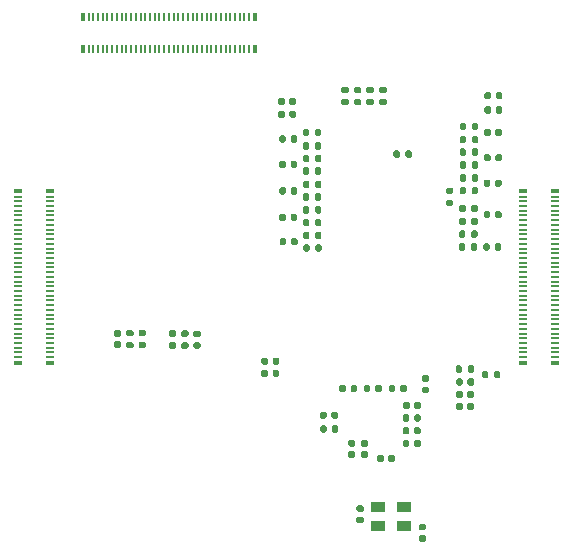
<source format=gbr>
%TF.GenerationSoftware,KiCad,Pcbnew,5.1.10-88a1d61d58~88~ubuntu20.04.1*%
%TF.CreationDate,2021-06-10T18:40:27+05:30*%
%TF.ProjectId,LB1A_DCA7M4_R512MB_F4GB,4c423141-5f44-4434-9137-4d345f523531,1.0.0*%
%TF.SameCoordinates,Original*%
%TF.FileFunction,Paste,Bot*%
%TF.FilePolarity,Positive*%
%FSLAX46Y46*%
G04 Gerber Fmt 4.6, Leading zero omitted, Abs format (unit mm)*
G04 Created by KiCad (PCBNEW 5.1.10-88a1d61d58~88~ubuntu20.04.1) date 2021-06-10 18:40:27*
%MOMM*%
%LPD*%
G01*
G04 APERTURE LIST*
%ADD10R,0.660000X0.230000*%
%ADD11R,0.660000X0.350000*%
%ADD12R,0.230000X0.660000*%
%ADD13R,0.350000X0.660000*%
%ADD14R,1.200000X0.950000*%
G04 APERTURE END LIST*
D10*
%TO.C,U7*%
X160005000Y-97370000D03*
X162715000Y-97370000D03*
X160005000Y-96970000D03*
X162715000Y-96970000D03*
X160005000Y-96570000D03*
X162715000Y-96570000D03*
X160005000Y-96170000D03*
X162715000Y-96170000D03*
X160005000Y-95770000D03*
X162715000Y-95770000D03*
X160005000Y-95370000D03*
X162715000Y-95370000D03*
X160005000Y-94970000D03*
X162715000Y-94970000D03*
X160005000Y-94570000D03*
X162715000Y-94570000D03*
X160005000Y-94170000D03*
X162715000Y-94170000D03*
X160005000Y-93770000D03*
X162715000Y-93770000D03*
X160005000Y-93370000D03*
X162715000Y-93370000D03*
X160005000Y-92970000D03*
X162715000Y-92970000D03*
X160005000Y-92570000D03*
X162715000Y-92570000D03*
X160005000Y-92170000D03*
X162715000Y-92170000D03*
X160005000Y-91770000D03*
X162715000Y-91770000D03*
X160005000Y-91370000D03*
X162715000Y-91370000D03*
X160005000Y-90970000D03*
X162715000Y-90970000D03*
X160005000Y-90570000D03*
X162715000Y-90570000D03*
X160005000Y-90170000D03*
X162715000Y-90170000D03*
X160005000Y-89770000D03*
X162715000Y-89770000D03*
X160005000Y-89370000D03*
X162715000Y-89370000D03*
X160005000Y-88970000D03*
X162715000Y-88970000D03*
X160005000Y-88570000D03*
X162715000Y-88570000D03*
X160005000Y-88170000D03*
X162715000Y-88170000D03*
X160005000Y-87770000D03*
X162715000Y-87770000D03*
X160005000Y-87370000D03*
X162715000Y-87370000D03*
X160005000Y-86970000D03*
X162715000Y-86970000D03*
X160005000Y-86570000D03*
X162715000Y-86570000D03*
X160005000Y-86170000D03*
X162715000Y-86170000D03*
X160005000Y-85770000D03*
X162715000Y-85770000D03*
X160005000Y-85370000D03*
X162715000Y-85370000D03*
X160005000Y-84970000D03*
X162715000Y-84970000D03*
X160005000Y-84570000D03*
X162715000Y-84570000D03*
X160005000Y-84170000D03*
X162715000Y-84170000D03*
X160005000Y-83770000D03*
X162715000Y-83770000D03*
D11*
X160005000Y-83295000D03*
X162715000Y-83295000D03*
X162715000Y-97845000D03*
X160005000Y-97845000D03*
%TD*%
D12*
%TO.C,U6*%
X123250000Y-68585000D03*
X123250000Y-71295000D03*
X123650000Y-68585000D03*
X123650000Y-71295000D03*
X124050000Y-68585000D03*
X124050000Y-71295000D03*
X124450000Y-68585000D03*
X124450000Y-71295000D03*
X124850000Y-68585000D03*
X124850000Y-71295000D03*
X125250000Y-68585000D03*
X125250000Y-71295000D03*
X125650000Y-68585000D03*
X125650000Y-71295000D03*
X126050000Y-68585000D03*
X126050000Y-71295000D03*
X126450000Y-68585000D03*
X126450000Y-71295000D03*
X126850000Y-68585000D03*
X126850000Y-71295000D03*
X127250000Y-68585000D03*
X127250000Y-71295000D03*
X127650000Y-68585000D03*
X127650000Y-71295000D03*
X128050000Y-68585000D03*
X128050000Y-71295000D03*
X128450000Y-68585000D03*
X128450000Y-71295000D03*
X128850000Y-68585000D03*
X128850000Y-71295000D03*
X129250000Y-68585000D03*
X129250000Y-71295000D03*
X129650000Y-68585000D03*
X129650000Y-71295000D03*
X130050000Y-68585000D03*
X130050000Y-71295000D03*
X130450000Y-68585000D03*
X130450000Y-71295000D03*
X130850000Y-68585000D03*
X130850000Y-71295000D03*
X131250000Y-68585000D03*
X131250000Y-71295000D03*
X131650000Y-68585000D03*
X131650000Y-71295000D03*
X132050000Y-68585000D03*
X132050000Y-71295000D03*
X132450000Y-68585000D03*
X132450000Y-71295000D03*
X132850000Y-68585000D03*
X132850000Y-71295000D03*
X133250000Y-68585000D03*
X133250000Y-71295000D03*
X133650000Y-68585000D03*
X133650000Y-71295000D03*
X134050000Y-68585000D03*
X134050000Y-71295000D03*
X134450000Y-68585000D03*
X134450000Y-71295000D03*
X134850000Y-68585000D03*
X134850000Y-71295000D03*
X135250000Y-68585000D03*
X135250000Y-71295000D03*
X135650000Y-68585000D03*
X135650000Y-71295000D03*
X136050000Y-68585000D03*
X136050000Y-71295000D03*
X136450000Y-68585000D03*
X136450000Y-71295000D03*
X136850000Y-68585000D03*
X136850000Y-71295000D03*
D13*
X137325000Y-68585000D03*
X137325000Y-71295000D03*
X122775000Y-71295000D03*
X122775000Y-68585000D03*
%TD*%
%TO.C,C4*%
G36*
G01*
X155320000Y-100700000D02*
X155320000Y-100360000D01*
G75*
G02*
X155460000Y-100220000I140000J0D01*
G01*
X155740000Y-100220000D01*
G75*
G02*
X155880000Y-100360000I0J-140000D01*
G01*
X155880000Y-100700000D01*
G75*
G02*
X155740000Y-100840000I-140000J0D01*
G01*
X155460000Y-100840000D01*
G75*
G02*
X155320000Y-100700000I0J140000D01*
G01*
G37*
G36*
G01*
X154360000Y-100700000D02*
X154360000Y-100360000D01*
G75*
G02*
X154500000Y-100220000I140000J0D01*
G01*
X154780000Y-100220000D01*
G75*
G02*
X154920000Y-100360000I0J-140000D01*
G01*
X154920000Y-100700000D01*
G75*
G02*
X154780000Y-100840000I-140000J0D01*
G01*
X154500000Y-100840000D01*
G75*
G02*
X154360000Y-100700000I0J140000D01*
G01*
G37*
%TD*%
%TO.C,C76*%
G36*
G01*
X151670000Y-113000000D02*
X151330000Y-113000000D01*
G75*
G02*
X151190000Y-112860000I0J140000D01*
G01*
X151190000Y-112580000D01*
G75*
G02*
X151330000Y-112440000I140000J0D01*
G01*
X151670000Y-112440000D01*
G75*
G02*
X151810000Y-112580000I0J-140000D01*
G01*
X151810000Y-112860000D01*
G75*
G02*
X151670000Y-113000000I-140000J0D01*
G01*
G37*
G36*
G01*
X151670000Y-112040000D02*
X151330000Y-112040000D01*
G75*
G02*
X151190000Y-111900000I0J140000D01*
G01*
X151190000Y-111620000D01*
G75*
G02*
X151330000Y-111480000I140000J0D01*
G01*
X151670000Y-111480000D01*
G75*
G02*
X151810000Y-111620000I0J-140000D01*
G01*
X151810000Y-111900000D01*
G75*
G02*
X151670000Y-112040000I-140000J0D01*
G01*
G37*
%TD*%
%TO.C,C75*%
G36*
G01*
X146410000Y-110470000D02*
X146070000Y-110470000D01*
G75*
G02*
X145930000Y-110330000I0J140000D01*
G01*
X145930000Y-110050000D01*
G75*
G02*
X146070000Y-109910000I140000J0D01*
G01*
X146410000Y-109910000D01*
G75*
G02*
X146550000Y-110050000I0J-140000D01*
G01*
X146550000Y-110330000D01*
G75*
G02*
X146410000Y-110470000I-140000J0D01*
G01*
G37*
G36*
G01*
X146410000Y-111430000D02*
X146070000Y-111430000D01*
G75*
G02*
X145930000Y-111290000I0J140000D01*
G01*
X145930000Y-111010000D01*
G75*
G02*
X146070000Y-110870000I140000J0D01*
G01*
X146410000Y-110870000D01*
G75*
G02*
X146550000Y-111010000I0J-140000D01*
G01*
X146550000Y-111290000D01*
G75*
G02*
X146410000Y-111430000I-140000J0D01*
G01*
G37*
%TD*%
%TO.C,C74*%
G36*
G01*
X149210000Y-99850000D02*
X149210000Y-100190000D01*
G75*
G02*
X149070000Y-100330000I-140000J0D01*
G01*
X148790000Y-100330000D01*
G75*
G02*
X148650000Y-100190000I0J140000D01*
G01*
X148650000Y-99850000D01*
G75*
G02*
X148790000Y-99710000I140000J0D01*
G01*
X149070000Y-99710000D01*
G75*
G02*
X149210000Y-99850000I0J-140000D01*
G01*
G37*
G36*
G01*
X150170000Y-99850000D02*
X150170000Y-100190000D01*
G75*
G02*
X150030000Y-100330000I-140000J0D01*
G01*
X149750000Y-100330000D01*
G75*
G02*
X149610000Y-100190000I0J140000D01*
G01*
X149610000Y-99850000D01*
G75*
G02*
X149750000Y-99710000I140000J0D01*
G01*
X150030000Y-99710000D01*
G75*
G02*
X150170000Y-99850000I0J-140000D01*
G01*
G37*
%TD*%
%TO.C,C73*%
G36*
G01*
X147110000Y-99860000D02*
X147110000Y-100200000D01*
G75*
G02*
X146970000Y-100340000I-140000J0D01*
G01*
X146690000Y-100340000D01*
G75*
G02*
X146550000Y-100200000I0J140000D01*
G01*
X146550000Y-99860000D01*
G75*
G02*
X146690000Y-99720000I140000J0D01*
G01*
X146970000Y-99720000D01*
G75*
G02*
X147110000Y-99860000I0J-140000D01*
G01*
G37*
G36*
G01*
X148070000Y-99860000D02*
X148070000Y-100200000D01*
G75*
G02*
X147930000Y-100340000I-140000J0D01*
G01*
X147650000Y-100340000D01*
G75*
G02*
X147510000Y-100200000I0J140000D01*
G01*
X147510000Y-99860000D01*
G75*
G02*
X147650000Y-99720000I140000J0D01*
G01*
X147930000Y-99720000D01*
G75*
G02*
X148070000Y-99860000I0J-140000D01*
G01*
G37*
%TD*%
%TO.C,C72*%
G36*
G01*
X145030000Y-99860000D02*
X145030000Y-100200000D01*
G75*
G02*
X144890000Y-100340000I-140000J0D01*
G01*
X144610000Y-100340000D01*
G75*
G02*
X144470000Y-100200000I0J140000D01*
G01*
X144470000Y-99860000D01*
G75*
G02*
X144610000Y-99720000I140000J0D01*
G01*
X144890000Y-99720000D01*
G75*
G02*
X145030000Y-99860000I0J-140000D01*
G01*
G37*
G36*
G01*
X145990000Y-99860000D02*
X145990000Y-100200000D01*
G75*
G02*
X145850000Y-100340000I-140000J0D01*
G01*
X145570000Y-100340000D01*
G75*
G02*
X145430000Y-100200000I0J140000D01*
G01*
X145430000Y-99860000D01*
G75*
G02*
X145570000Y-99720000I140000J0D01*
G01*
X145850000Y-99720000D01*
G75*
G02*
X145990000Y-99860000I0J-140000D01*
G01*
G37*
%TD*%
%TO.C,C70*%
G36*
G01*
X150800000Y-104850000D02*
X150800000Y-104510000D01*
G75*
G02*
X150940000Y-104370000I140000J0D01*
G01*
X151220000Y-104370000D01*
G75*
G02*
X151360000Y-104510000I0J-140000D01*
G01*
X151360000Y-104850000D01*
G75*
G02*
X151220000Y-104990000I-140000J0D01*
G01*
X150940000Y-104990000D01*
G75*
G02*
X150800000Y-104850000I0J140000D01*
G01*
G37*
G36*
G01*
X149840000Y-104850000D02*
X149840000Y-104510000D01*
G75*
G02*
X149980000Y-104370000I140000J0D01*
G01*
X150260000Y-104370000D01*
G75*
G02*
X150400000Y-104510000I0J-140000D01*
G01*
X150400000Y-104850000D01*
G75*
G02*
X150260000Y-104990000I-140000J0D01*
G01*
X149980000Y-104990000D01*
G75*
G02*
X149840000Y-104850000I0J140000D01*
G01*
G37*
%TD*%
%TO.C,C69*%
G36*
G01*
X150800000Y-103770000D02*
X150800000Y-103430000D01*
G75*
G02*
X150940000Y-103290000I140000J0D01*
G01*
X151220000Y-103290000D01*
G75*
G02*
X151360000Y-103430000I0J-140000D01*
G01*
X151360000Y-103770000D01*
G75*
G02*
X151220000Y-103910000I-140000J0D01*
G01*
X150940000Y-103910000D01*
G75*
G02*
X150800000Y-103770000I0J140000D01*
G01*
G37*
G36*
G01*
X149840000Y-103770000D02*
X149840000Y-103430000D01*
G75*
G02*
X149980000Y-103290000I140000J0D01*
G01*
X150260000Y-103290000D01*
G75*
G02*
X150400000Y-103430000I0J-140000D01*
G01*
X150400000Y-103770000D01*
G75*
G02*
X150260000Y-103910000I-140000J0D01*
G01*
X149980000Y-103910000D01*
G75*
G02*
X149840000Y-103770000I0J140000D01*
G01*
G37*
%TD*%
%TO.C,C68*%
G36*
G01*
X150820000Y-102700000D02*
X150820000Y-102360000D01*
G75*
G02*
X150960000Y-102220000I140000J0D01*
G01*
X151240000Y-102220000D01*
G75*
G02*
X151380000Y-102360000I0J-140000D01*
G01*
X151380000Y-102700000D01*
G75*
G02*
X151240000Y-102840000I-140000J0D01*
G01*
X150960000Y-102840000D01*
G75*
G02*
X150820000Y-102700000I0J140000D01*
G01*
G37*
G36*
G01*
X149860000Y-102700000D02*
X149860000Y-102360000D01*
G75*
G02*
X150000000Y-102220000I140000J0D01*
G01*
X150280000Y-102220000D01*
G75*
G02*
X150420000Y-102360000I0J-140000D01*
G01*
X150420000Y-102700000D01*
G75*
G02*
X150280000Y-102840000I-140000J0D01*
G01*
X150000000Y-102840000D01*
G75*
G02*
X149860000Y-102700000I0J140000D01*
G01*
G37*
%TD*%
%TO.C,C67*%
G36*
G01*
X150840000Y-101630000D02*
X150840000Y-101290000D01*
G75*
G02*
X150980000Y-101150000I140000J0D01*
G01*
X151260000Y-101150000D01*
G75*
G02*
X151400000Y-101290000I0J-140000D01*
G01*
X151400000Y-101630000D01*
G75*
G02*
X151260000Y-101770000I-140000J0D01*
G01*
X150980000Y-101770000D01*
G75*
G02*
X150840000Y-101630000I0J140000D01*
G01*
G37*
G36*
G01*
X149880000Y-101630000D02*
X149880000Y-101290000D01*
G75*
G02*
X150020000Y-101150000I140000J0D01*
G01*
X150300000Y-101150000D01*
G75*
G02*
X150440000Y-101290000I0J-140000D01*
G01*
X150440000Y-101630000D01*
G75*
G02*
X150300000Y-101770000I-140000J0D01*
G01*
X150020000Y-101770000D01*
G75*
G02*
X149880000Y-101630000I0J140000D01*
G01*
G37*
%TD*%
%TO.C,C66*%
G36*
G01*
X146450000Y-105340000D02*
X146790000Y-105340000D01*
G75*
G02*
X146930000Y-105480000I0J-140000D01*
G01*
X146930000Y-105760000D01*
G75*
G02*
X146790000Y-105900000I-140000J0D01*
G01*
X146450000Y-105900000D01*
G75*
G02*
X146310000Y-105760000I0J140000D01*
G01*
X146310000Y-105480000D01*
G75*
G02*
X146450000Y-105340000I140000J0D01*
G01*
G37*
G36*
G01*
X146450000Y-104380000D02*
X146790000Y-104380000D01*
G75*
G02*
X146930000Y-104520000I0J-140000D01*
G01*
X146930000Y-104800000D01*
G75*
G02*
X146790000Y-104940000I-140000J0D01*
G01*
X146450000Y-104940000D01*
G75*
G02*
X146310000Y-104800000I0J140000D01*
G01*
X146310000Y-104520000D01*
G75*
G02*
X146450000Y-104380000I140000J0D01*
G01*
G37*
%TD*%
%TO.C,C65*%
G36*
G01*
X145350000Y-105340000D02*
X145690000Y-105340000D01*
G75*
G02*
X145830000Y-105480000I0J-140000D01*
G01*
X145830000Y-105760000D01*
G75*
G02*
X145690000Y-105900000I-140000J0D01*
G01*
X145350000Y-105900000D01*
G75*
G02*
X145210000Y-105760000I0J140000D01*
G01*
X145210000Y-105480000D01*
G75*
G02*
X145350000Y-105340000I140000J0D01*
G01*
G37*
G36*
G01*
X145350000Y-104380000D02*
X145690000Y-104380000D01*
G75*
G02*
X145830000Y-104520000I0J-140000D01*
G01*
X145830000Y-104800000D01*
G75*
G02*
X145690000Y-104940000I-140000J0D01*
G01*
X145350000Y-104940000D01*
G75*
G02*
X145210000Y-104800000I0J140000D01*
G01*
X145210000Y-104520000D01*
G75*
G02*
X145350000Y-104380000I140000J0D01*
G01*
G37*
%TD*%
%TO.C,C64*%
G36*
G01*
X143420000Y-103270000D02*
X143420000Y-103610000D01*
G75*
G02*
X143280000Y-103750000I-140000J0D01*
G01*
X143000000Y-103750000D01*
G75*
G02*
X142860000Y-103610000I0J140000D01*
G01*
X142860000Y-103270000D01*
G75*
G02*
X143000000Y-103130000I140000J0D01*
G01*
X143280000Y-103130000D01*
G75*
G02*
X143420000Y-103270000I0J-140000D01*
G01*
G37*
G36*
G01*
X144380000Y-103270000D02*
X144380000Y-103610000D01*
G75*
G02*
X144240000Y-103750000I-140000J0D01*
G01*
X143960000Y-103750000D01*
G75*
G02*
X143820000Y-103610000I0J140000D01*
G01*
X143820000Y-103270000D01*
G75*
G02*
X143960000Y-103130000I140000J0D01*
G01*
X144240000Y-103130000D01*
G75*
G02*
X144380000Y-103270000I0J-140000D01*
G01*
G37*
%TD*%
%TO.C,C63*%
G36*
G01*
X144370000Y-102110000D02*
X144370000Y-102450000D01*
G75*
G02*
X144230000Y-102590000I-140000J0D01*
G01*
X143950000Y-102590000D01*
G75*
G02*
X143810000Y-102450000I0J140000D01*
G01*
X143810000Y-102110000D01*
G75*
G02*
X143950000Y-101970000I140000J0D01*
G01*
X144230000Y-101970000D01*
G75*
G02*
X144370000Y-102110000I0J-140000D01*
G01*
G37*
G36*
G01*
X143410000Y-102110000D02*
X143410000Y-102450000D01*
G75*
G02*
X143270000Y-102590000I-140000J0D01*
G01*
X142990000Y-102590000D01*
G75*
G02*
X142850000Y-102450000I0J140000D01*
G01*
X142850000Y-102110000D01*
G75*
G02*
X142990000Y-101970000I140000J0D01*
G01*
X143270000Y-101970000D01*
G75*
G02*
X143410000Y-102110000I0J-140000D01*
G01*
G37*
%TD*%
D14*
%TO.C,X2*%
X149970000Y-110090000D03*
X147770000Y-110090000D03*
X147770000Y-111690000D03*
X149970000Y-111690000D03*
%TD*%
D10*
%TO.C,U5*%
X117235000Y-97370000D03*
X119945000Y-97370000D03*
X117235000Y-96970000D03*
X119945000Y-96970000D03*
X117235000Y-96570000D03*
X119945000Y-96570000D03*
X117235000Y-96170000D03*
X119945000Y-96170000D03*
X117235000Y-95770000D03*
X119945000Y-95770000D03*
X117235000Y-95370000D03*
X119945000Y-95370000D03*
X117235000Y-94970000D03*
X119945000Y-94970000D03*
X117235000Y-94570000D03*
X119945000Y-94570000D03*
X117235000Y-94170000D03*
X119945000Y-94170000D03*
X117235000Y-93770000D03*
X119945000Y-93770000D03*
X117235000Y-93370000D03*
X119945000Y-93370000D03*
X117235000Y-92970000D03*
X119945000Y-92970000D03*
X117235000Y-92570000D03*
X119945000Y-92570000D03*
X117235000Y-92170000D03*
X119945000Y-92170000D03*
X117235000Y-91770000D03*
X119945000Y-91770000D03*
X117235000Y-91370000D03*
X119945000Y-91370000D03*
X117235000Y-90970000D03*
X119945000Y-90970000D03*
X117235000Y-90570000D03*
X119945000Y-90570000D03*
X117235000Y-90170000D03*
X119945000Y-90170000D03*
X117235000Y-89770000D03*
X119945000Y-89770000D03*
X117235000Y-89370000D03*
X119945000Y-89370000D03*
X117235000Y-88970000D03*
X119945000Y-88970000D03*
X117235000Y-88570000D03*
X119945000Y-88570000D03*
X117235000Y-88170000D03*
X119945000Y-88170000D03*
X117235000Y-87770000D03*
X119945000Y-87770000D03*
X117235000Y-87370000D03*
X119945000Y-87370000D03*
X117235000Y-86970000D03*
X119945000Y-86970000D03*
X117235000Y-86570000D03*
X119945000Y-86570000D03*
X117235000Y-86170000D03*
X119945000Y-86170000D03*
X117235000Y-85770000D03*
X119945000Y-85770000D03*
X117235000Y-85370000D03*
X119945000Y-85370000D03*
X117235000Y-84970000D03*
X119945000Y-84970000D03*
X117235000Y-84570000D03*
X119945000Y-84570000D03*
X117235000Y-84170000D03*
X119945000Y-84170000D03*
X117235000Y-83770000D03*
X119945000Y-83770000D03*
D11*
X117235000Y-83295000D03*
X119945000Y-83295000D03*
X119945000Y-97845000D03*
X117235000Y-97845000D03*
%TD*%
%TO.C,R45*%
G36*
G01*
X127615000Y-96070000D02*
X127985000Y-96070000D01*
G75*
G02*
X128120000Y-96205000I0J-135000D01*
G01*
X128120000Y-96475000D01*
G75*
G02*
X127985000Y-96610000I-135000J0D01*
G01*
X127615000Y-96610000D01*
G75*
G02*
X127480000Y-96475000I0J135000D01*
G01*
X127480000Y-96205000D01*
G75*
G02*
X127615000Y-96070000I135000J0D01*
G01*
G37*
G36*
G01*
X127615000Y-95050000D02*
X127985000Y-95050000D01*
G75*
G02*
X128120000Y-95185000I0J-135000D01*
G01*
X128120000Y-95455000D01*
G75*
G02*
X127985000Y-95590000I-135000J0D01*
G01*
X127615000Y-95590000D01*
G75*
G02*
X127480000Y-95455000I0J135000D01*
G01*
X127480000Y-95185000D01*
G75*
G02*
X127615000Y-95050000I135000J0D01*
G01*
G37*
%TD*%
%TO.C,R44*%
G36*
G01*
X126555000Y-96090000D02*
X126925000Y-96090000D01*
G75*
G02*
X127060000Y-96225000I0J-135000D01*
G01*
X127060000Y-96495000D01*
G75*
G02*
X126925000Y-96630000I-135000J0D01*
G01*
X126555000Y-96630000D01*
G75*
G02*
X126420000Y-96495000I0J135000D01*
G01*
X126420000Y-96225000D01*
G75*
G02*
X126555000Y-96090000I135000J0D01*
G01*
G37*
G36*
G01*
X126555000Y-95070000D02*
X126925000Y-95070000D01*
G75*
G02*
X127060000Y-95205000I0J-135000D01*
G01*
X127060000Y-95475000D01*
G75*
G02*
X126925000Y-95610000I-135000J0D01*
G01*
X126555000Y-95610000D01*
G75*
G02*
X126420000Y-95475000I0J135000D01*
G01*
X126420000Y-95205000D01*
G75*
G02*
X126555000Y-95070000I135000J0D01*
G01*
G37*
%TD*%
%TO.C,R42*%
G36*
G01*
X130155000Y-96110000D02*
X130525000Y-96110000D01*
G75*
G02*
X130660000Y-96245000I0J-135000D01*
G01*
X130660000Y-96515000D01*
G75*
G02*
X130525000Y-96650000I-135000J0D01*
G01*
X130155000Y-96650000D01*
G75*
G02*
X130020000Y-96515000I0J135000D01*
G01*
X130020000Y-96245000D01*
G75*
G02*
X130155000Y-96110000I135000J0D01*
G01*
G37*
G36*
G01*
X130155000Y-95090000D02*
X130525000Y-95090000D01*
G75*
G02*
X130660000Y-95225000I0J-135000D01*
G01*
X130660000Y-95495000D01*
G75*
G02*
X130525000Y-95630000I-135000J0D01*
G01*
X130155000Y-95630000D01*
G75*
G02*
X130020000Y-95495000I0J135000D01*
G01*
X130020000Y-95225000D01*
G75*
G02*
X130155000Y-95090000I135000J0D01*
G01*
G37*
%TD*%
%TO.C,R41*%
G36*
G01*
X131215000Y-96120000D02*
X131585000Y-96120000D01*
G75*
G02*
X131720000Y-96255000I0J-135000D01*
G01*
X131720000Y-96525000D01*
G75*
G02*
X131585000Y-96660000I-135000J0D01*
G01*
X131215000Y-96660000D01*
G75*
G02*
X131080000Y-96525000I0J135000D01*
G01*
X131080000Y-96255000D01*
G75*
G02*
X131215000Y-96120000I135000J0D01*
G01*
G37*
G36*
G01*
X131215000Y-95100000D02*
X131585000Y-95100000D01*
G75*
G02*
X131720000Y-95235000I0J-135000D01*
G01*
X131720000Y-95505000D01*
G75*
G02*
X131585000Y-95640000I-135000J0D01*
G01*
X131215000Y-95640000D01*
G75*
G02*
X131080000Y-95505000I0J135000D01*
G01*
X131080000Y-95235000D01*
G75*
G02*
X131215000Y-95100000I135000J0D01*
G01*
G37*
%TD*%
%TO.C,R35*%
G36*
G01*
X153995000Y-83560000D02*
X153625000Y-83560000D01*
G75*
G02*
X153490000Y-83425000I0J135000D01*
G01*
X153490000Y-83155000D01*
G75*
G02*
X153625000Y-83020000I135000J0D01*
G01*
X153995000Y-83020000D01*
G75*
G02*
X154130000Y-83155000I0J-135000D01*
G01*
X154130000Y-83425000D01*
G75*
G02*
X153995000Y-83560000I-135000J0D01*
G01*
G37*
G36*
G01*
X153995000Y-84580000D02*
X153625000Y-84580000D01*
G75*
G02*
X153490000Y-84445000I0J135000D01*
G01*
X153490000Y-84175000D01*
G75*
G02*
X153625000Y-84040000I135000J0D01*
G01*
X153995000Y-84040000D01*
G75*
G02*
X154130000Y-84175000I0J-135000D01*
G01*
X154130000Y-84445000D01*
G75*
G02*
X153995000Y-84580000I-135000J0D01*
G01*
G37*
%TD*%
%TO.C,R33*%
G36*
G01*
X146895000Y-75500000D02*
X147265000Y-75500000D01*
G75*
G02*
X147400000Y-75635000I0J-135000D01*
G01*
X147400000Y-75905000D01*
G75*
G02*
X147265000Y-76040000I-135000J0D01*
G01*
X146895000Y-76040000D01*
G75*
G02*
X146760000Y-75905000I0J135000D01*
G01*
X146760000Y-75635000D01*
G75*
G02*
X146895000Y-75500000I135000J0D01*
G01*
G37*
G36*
G01*
X146895000Y-74480000D02*
X147265000Y-74480000D01*
G75*
G02*
X147400000Y-74615000I0J-135000D01*
G01*
X147400000Y-74885000D01*
G75*
G02*
X147265000Y-75020000I-135000J0D01*
G01*
X146895000Y-75020000D01*
G75*
G02*
X146760000Y-74885000I0J135000D01*
G01*
X146760000Y-74615000D01*
G75*
G02*
X146895000Y-74480000I135000J0D01*
G01*
G37*
%TD*%
%TO.C,R32*%
G36*
G01*
X146215000Y-75020000D02*
X145845000Y-75020000D01*
G75*
G02*
X145710000Y-74885000I0J135000D01*
G01*
X145710000Y-74615000D01*
G75*
G02*
X145845000Y-74480000I135000J0D01*
G01*
X146215000Y-74480000D01*
G75*
G02*
X146350000Y-74615000I0J-135000D01*
G01*
X146350000Y-74885000D01*
G75*
G02*
X146215000Y-75020000I-135000J0D01*
G01*
G37*
G36*
G01*
X146215000Y-76040000D02*
X145845000Y-76040000D01*
G75*
G02*
X145710000Y-75905000I0J135000D01*
G01*
X145710000Y-75635000D01*
G75*
G02*
X145845000Y-75500000I135000J0D01*
G01*
X146215000Y-75500000D01*
G75*
G02*
X146350000Y-75635000I0J-135000D01*
G01*
X146350000Y-75905000D01*
G75*
G02*
X146215000Y-76040000I-135000J0D01*
G01*
G37*
%TD*%
%TO.C,R31*%
G36*
G01*
X142410000Y-78535000D02*
X142410000Y-78165000D01*
G75*
G02*
X142545000Y-78030000I135000J0D01*
G01*
X142815000Y-78030000D01*
G75*
G02*
X142950000Y-78165000I0J-135000D01*
G01*
X142950000Y-78535000D01*
G75*
G02*
X142815000Y-78670000I-135000J0D01*
G01*
X142545000Y-78670000D01*
G75*
G02*
X142410000Y-78535000I0J135000D01*
G01*
G37*
G36*
G01*
X141390000Y-78535000D02*
X141390000Y-78165000D01*
G75*
G02*
X141525000Y-78030000I135000J0D01*
G01*
X141795000Y-78030000D01*
G75*
G02*
X141930000Y-78165000I0J-135000D01*
G01*
X141930000Y-78535000D01*
G75*
G02*
X141795000Y-78670000I-135000J0D01*
G01*
X141525000Y-78670000D01*
G75*
G02*
X141390000Y-78535000I0J135000D01*
G01*
G37*
%TD*%
%TO.C,R30*%
G36*
G01*
X145145000Y-75010000D02*
X144775000Y-75010000D01*
G75*
G02*
X144640000Y-74875000I0J135000D01*
G01*
X144640000Y-74605000D01*
G75*
G02*
X144775000Y-74470000I135000J0D01*
G01*
X145145000Y-74470000D01*
G75*
G02*
X145280000Y-74605000I0J-135000D01*
G01*
X145280000Y-74875000D01*
G75*
G02*
X145145000Y-75010000I-135000J0D01*
G01*
G37*
G36*
G01*
X145145000Y-76030000D02*
X144775000Y-76030000D01*
G75*
G02*
X144640000Y-75895000I0J135000D01*
G01*
X144640000Y-75625000D01*
G75*
G02*
X144775000Y-75490000I135000J0D01*
G01*
X145145000Y-75490000D01*
G75*
G02*
X145280000Y-75625000I0J-135000D01*
G01*
X145280000Y-75895000D01*
G75*
G02*
X145145000Y-76030000I-135000J0D01*
G01*
G37*
%TD*%
%TO.C,R29*%
G36*
G01*
X147975000Y-75500000D02*
X148345000Y-75500000D01*
G75*
G02*
X148480000Y-75635000I0J-135000D01*
G01*
X148480000Y-75905000D01*
G75*
G02*
X148345000Y-76040000I-135000J0D01*
G01*
X147975000Y-76040000D01*
G75*
G02*
X147840000Y-75905000I0J135000D01*
G01*
X147840000Y-75635000D01*
G75*
G02*
X147975000Y-75500000I135000J0D01*
G01*
G37*
G36*
G01*
X147975000Y-74480000D02*
X148345000Y-74480000D01*
G75*
G02*
X148480000Y-74615000I0J-135000D01*
G01*
X148480000Y-74885000D01*
G75*
G02*
X148345000Y-75020000I-135000J0D01*
G01*
X147975000Y-75020000D01*
G75*
G02*
X147840000Y-74885000I0J135000D01*
G01*
X147840000Y-74615000D01*
G75*
G02*
X147975000Y-74480000I135000J0D01*
G01*
G37*
%TD*%
%TO.C,R28*%
G36*
G01*
X155680000Y-83455000D02*
X155680000Y-83085000D01*
G75*
G02*
X155815000Y-82950000I135000J0D01*
G01*
X156085000Y-82950000D01*
G75*
G02*
X156220000Y-83085000I0J-135000D01*
G01*
X156220000Y-83455000D01*
G75*
G02*
X156085000Y-83590000I-135000J0D01*
G01*
X155815000Y-83590000D01*
G75*
G02*
X155680000Y-83455000I0J135000D01*
G01*
G37*
G36*
G01*
X154660000Y-83455000D02*
X154660000Y-83085000D01*
G75*
G02*
X154795000Y-82950000I135000J0D01*
G01*
X155065000Y-82950000D01*
G75*
G02*
X155200000Y-83085000I0J-135000D01*
G01*
X155200000Y-83455000D01*
G75*
G02*
X155065000Y-83590000I-135000J0D01*
G01*
X154795000Y-83590000D01*
G75*
G02*
X154660000Y-83455000I0J135000D01*
G01*
G37*
%TD*%
%TO.C,R26*%
G36*
G01*
X150080000Y-80365000D02*
X150080000Y-79995000D01*
G75*
G02*
X150215000Y-79860000I135000J0D01*
G01*
X150485000Y-79860000D01*
G75*
G02*
X150620000Y-79995000I0J-135000D01*
G01*
X150620000Y-80365000D01*
G75*
G02*
X150485000Y-80500000I-135000J0D01*
G01*
X150215000Y-80500000D01*
G75*
G02*
X150080000Y-80365000I0J135000D01*
G01*
G37*
G36*
G01*
X149060000Y-80365000D02*
X149060000Y-79995000D01*
G75*
G02*
X149195000Y-79860000I135000J0D01*
G01*
X149465000Y-79860000D01*
G75*
G02*
X149600000Y-79995000I0J-135000D01*
G01*
X149600000Y-80365000D01*
G75*
G02*
X149465000Y-80500000I-135000J0D01*
G01*
X149195000Y-80500000D01*
G75*
G02*
X149060000Y-80365000I0J135000D01*
G01*
G37*
%TD*%
%TO.C,R25*%
G36*
G01*
X142410000Y-79655000D02*
X142410000Y-79285000D01*
G75*
G02*
X142545000Y-79150000I135000J0D01*
G01*
X142815000Y-79150000D01*
G75*
G02*
X142950000Y-79285000I0J-135000D01*
G01*
X142950000Y-79655000D01*
G75*
G02*
X142815000Y-79790000I-135000J0D01*
G01*
X142545000Y-79790000D01*
G75*
G02*
X142410000Y-79655000I0J135000D01*
G01*
G37*
G36*
G01*
X141390000Y-79655000D02*
X141390000Y-79285000D01*
G75*
G02*
X141525000Y-79150000I135000J0D01*
G01*
X141795000Y-79150000D01*
G75*
G02*
X141930000Y-79285000I0J-135000D01*
G01*
X141930000Y-79655000D01*
G75*
G02*
X141795000Y-79790000I-135000J0D01*
G01*
X141525000Y-79790000D01*
G75*
G02*
X141390000Y-79655000I0J135000D01*
G01*
G37*
%TD*%
%TO.C,R24*%
G36*
G01*
X155180000Y-84615000D02*
X155180000Y-84985000D01*
G75*
G02*
X155045000Y-85120000I-135000J0D01*
G01*
X154775000Y-85120000D01*
G75*
G02*
X154640000Y-84985000I0J135000D01*
G01*
X154640000Y-84615000D01*
G75*
G02*
X154775000Y-84480000I135000J0D01*
G01*
X155045000Y-84480000D01*
G75*
G02*
X155180000Y-84615000I0J-135000D01*
G01*
G37*
G36*
G01*
X156200000Y-84615000D02*
X156200000Y-84985000D01*
G75*
G02*
X156065000Y-85120000I-135000J0D01*
G01*
X155795000Y-85120000D01*
G75*
G02*
X155660000Y-84985000I0J135000D01*
G01*
X155660000Y-84615000D01*
G75*
G02*
X155795000Y-84480000I135000J0D01*
G01*
X156065000Y-84480000D01*
G75*
G02*
X156200000Y-84615000I0J-135000D01*
G01*
G37*
%TD*%
%TO.C,R23*%
G36*
G01*
X142420000Y-80735000D02*
X142420000Y-80365000D01*
G75*
G02*
X142555000Y-80230000I135000J0D01*
G01*
X142825000Y-80230000D01*
G75*
G02*
X142960000Y-80365000I0J-135000D01*
G01*
X142960000Y-80735000D01*
G75*
G02*
X142825000Y-80870000I-135000J0D01*
G01*
X142555000Y-80870000D01*
G75*
G02*
X142420000Y-80735000I0J135000D01*
G01*
G37*
G36*
G01*
X141400000Y-80735000D02*
X141400000Y-80365000D01*
G75*
G02*
X141535000Y-80230000I135000J0D01*
G01*
X141805000Y-80230000D01*
G75*
G02*
X141940000Y-80365000I0J-135000D01*
G01*
X141940000Y-80735000D01*
G75*
G02*
X141805000Y-80870000I-135000J0D01*
G01*
X141535000Y-80870000D01*
G75*
G02*
X141400000Y-80735000I0J135000D01*
G01*
G37*
%TD*%
%TO.C,R22*%
G36*
G01*
X155210000Y-81995000D02*
X155210000Y-82365000D01*
G75*
G02*
X155075000Y-82500000I-135000J0D01*
G01*
X154805000Y-82500000D01*
G75*
G02*
X154670000Y-82365000I0J135000D01*
G01*
X154670000Y-81995000D01*
G75*
G02*
X154805000Y-81860000I135000J0D01*
G01*
X155075000Y-81860000D01*
G75*
G02*
X155210000Y-81995000I0J-135000D01*
G01*
G37*
G36*
G01*
X156230000Y-81995000D02*
X156230000Y-82365000D01*
G75*
G02*
X156095000Y-82500000I-135000J0D01*
G01*
X155825000Y-82500000D01*
G75*
G02*
X155690000Y-82365000I0J135000D01*
G01*
X155690000Y-81995000D01*
G75*
G02*
X155825000Y-81860000I135000J0D01*
G01*
X156095000Y-81860000D01*
G75*
G02*
X156230000Y-81995000I0J-135000D01*
G01*
G37*
%TD*%
%TO.C,R21*%
G36*
G01*
X142430000Y-87245000D02*
X142430000Y-86875000D01*
G75*
G02*
X142565000Y-86740000I135000J0D01*
G01*
X142835000Y-86740000D01*
G75*
G02*
X142970000Y-86875000I0J-135000D01*
G01*
X142970000Y-87245000D01*
G75*
G02*
X142835000Y-87380000I-135000J0D01*
G01*
X142565000Y-87380000D01*
G75*
G02*
X142430000Y-87245000I0J135000D01*
G01*
G37*
G36*
G01*
X141410000Y-87245000D02*
X141410000Y-86875000D01*
G75*
G02*
X141545000Y-86740000I135000J0D01*
G01*
X141815000Y-86740000D01*
G75*
G02*
X141950000Y-86875000I0J-135000D01*
G01*
X141950000Y-87245000D01*
G75*
G02*
X141815000Y-87380000I-135000J0D01*
G01*
X141545000Y-87380000D01*
G75*
G02*
X141410000Y-87245000I0J135000D01*
G01*
G37*
%TD*%
%TO.C,R20*%
G36*
G01*
X155220000Y-77655000D02*
X155220000Y-78025000D01*
G75*
G02*
X155085000Y-78160000I-135000J0D01*
G01*
X154815000Y-78160000D01*
G75*
G02*
X154680000Y-78025000I0J135000D01*
G01*
X154680000Y-77655000D01*
G75*
G02*
X154815000Y-77520000I135000J0D01*
G01*
X155085000Y-77520000D01*
G75*
G02*
X155220000Y-77655000I0J-135000D01*
G01*
G37*
G36*
G01*
X156240000Y-77655000D02*
X156240000Y-78025000D01*
G75*
G02*
X156105000Y-78160000I-135000J0D01*
G01*
X155835000Y-78160000D01*
G75*
G02*
X155700000Y-78025000I0J135000D01*
G01*
X155700000Y-77655000D01*
G75*
G02*
X155835000Y-77520000I135000J0D01*
G01*
X156105000Y-77520000D01*
G75*
G02*
X156240000Y-77655000I0J-135000D01*
G01*
G37*
%TD*%
%TO.C,R19*%
G36*
G01*
X155220000Y-80925000D02*
X155220000Y-81295000D01*
G75*
G02*
X155085000Y-81430000I-135000J0D01*
G01*
X154815000Y-81430000D01*
G75*
G02*
X154680000Y-81295000I0J135000D01*
G01*
X154680000Y-80925000D01*
G75*
G02*
X154815000Y-80790000I135000J0D01*
G01*
X155085000Y-80790000D01*
G75*
G02*
X155220000Y-80925000I0J-135000D01*
G01*
G37*
G36*
G01*
X156240000Y-80925000D02*
X156240000Y-81295000D01*
G75*
G02*
X156105000Y-81430000I-135000J0D01*
G01*
X155835000Y-81430000D01*
G75*
G02*
X155700000Y-81295000I0J135000D01*
G01*
X155700000Y-80925000D01*
G75*
G02*
X155835000Y-80790000I135000J0D01*
G01*
X156105000Y-80790000D01*
G75*
G02*
X156240000Y-80925000I0J-135000D01*
G01*
G37*
%TD*%
%TO.C,R18*%
G36*
G01*
X155210000Y-79835000D02*
X155210000Y-80205000D01*
G75*
G02*
X155075000Y-80340000I-135000J0D01*
G01*
X154805000Y-80340000D01*
G75*
G02*
X154670000Y-80205000I0J135000D01*
G01*
X154670000Y-79835000D01*
G75*
G02*
X154805000Y-79700000I135000J0D01*
G01*
X155075000Y-79700000D01*
G75*
G02*
X155210000Y-79835000I0J-135000D01*
G01*
G37*
G36*
G01*
X156230000Y-79835000D02*
X156230000Y-80205000D01*
G75*
G02*
X156095000Y-80340000I-135000J0D01*
G01*
X155825000Y-80340000D01*
G75*
G02*
X155690000Y-80205000I0J135000D01*
G01*
X155690000Y-79835000D01*
G75*
G02*
X155825000Y-79700000I135000J0D01*
G01*
X156095000Y-79700000D01*
G75*
G02*
X156230000Y-79835000I0J-135000D01*
G01*
G37*
%TD*%
%TO.C,R17*%
G36*
G01*
X142420000Y-86165000D02*
X142420000Y-85795000D01*
G75*
G02*
X142555000Y-85660000I135000J0D01*
G01*
X142825000Y-85660000D01*
G75*
G02*
X142960000Y-85795000I0J-135000D01*
G01*
X142960000Y-86165000D01*
G75*
G02*
X142825000Y-86300000I-135000J0D01*
G01*
X142555000Y-86300000D01*
G75*
G02*
X142420000Y-86165000I0J135000D01*
G01*
G37*
G36*
G01*
X141400000Y-86165000D02*
X141400000Y-85795000D01*
G75*
G02*
X141535000Y-85660000I135000J0D01*
G01*
X141805000Y-85660000D01*
G75*
G02*
X141940000Y-85795000I0J-135000D01*
G01*
X141940000Y-86165000D01*
G75*
G02*
X141805000Y-86300000I-135000J0D01*
G01*
X141535000Y-86300000D01*
G75*
G02*
X141400000Y-86165000I0J135000D01*
G01*
G37*
%TD*%
%TO.C,R16*%
G36*
G01*
X155150000Y-87855000D02*
X155150000Y-88225000D01*
G75*
G02*
X155015000Y-88360000I-135000J0D01*
G01*
X154745000Y-88360000D01*
G75*
G02*
X154610000Y-88225000I0J135000D01*
G01*
X154610000Y-87855000D01*
G75*
G02*
X154745000Y-87720000I135000J0D01*
G01*
X155015000Y-87720000D01*
G75*
G02*
X155150000Y-87855000I0J-135000D01*
G01*
G37*
G36*
G01*
X156170000Y-87855000D02*
X156170000Y-88225000D01*
G75*
G02*
X156035000Y-88360000I-135000J0D01*
G01*
X155765000Y-88360000D01*
G75*
G02*
X155630000Y-88225000I0J135000D01*
G01*
X155630000Y-87855000D01*
G75*
G02*
X155765000Y-87720000I135000J0D01*
G01*
X156035000Y-87720000D01*
G75*
G02*
X156170000Y-87855000I0J-135000D01*
G01*
G37*
%TD*%
%TO.C,R15*%
G36*
G01*
X142450000Y-88315000D02*
X142450000Y-87945000D01*
G75*
G02*
X142585000Y-87810000I135000J0D01*
G01*
X142855000Y-87810000D01*
G75*
G02*
X142990000Y-87945000I0J-135000D01*
G01*
X142990000Y-88315000D01*
G75*
G02*
X142855000Y-88450000I-135000J0D01*
G01*
X142585000Y-88450000D01*
G75*
G02*
X142450000Y-88315000I0J135000D01*
G01*
G37*
G36*
G01*
X141430000Y-88315000D02*
X141430000Y-87945000D01*
G75*
G02*
X141565000Y-87810000I135000J0D01*
G01*
X141835000Y-87810000D01*
G75*
G02*
X141970000Y-87945000I0J-135000D01*
G01*
X141970000Y-88315000D01*
G75*
G02*
X141835000Y-88450000I-135000J0D01*
G01*
X141565000Y-88450000D01*
G75*
G02*
X141430000Y-88315000I0J135000D01*
G01*
G37*
%TD*%
%TO.C,R14*%
G36*
G01*
X155160000Y-86765000D02*
X155160000Y-87135000D01*
G75*
G02*
X155025000Y-87270000I-135000J0D01*
G01*
X154755000Y-87270000D01*
G75*
G02*
X154620000Y-87135000I0J135000D01*
G01*
X154620000Y-86765000D01*
G75*
G02*
X154755000Y-86630000I135000J0D01*
G01*
X155025000Y-86630000D01*
G75*
G02*
X155160000Y-86765000I0J-135000D01*
G01*
G37*
G36*
G01*
X156180000Y-86765000D02*
X156180000Y-87135000D01*
G75*
G02*
X156045000Y-87270000I-135000J0D01*
G01*
X155775000Y-87270000D01*
G75*
G02*
X155640000Y-87135000I0J135000D01*
G01*
X155640000Y-86765000D01*
G75*
G02*
X155775000Y-86630000I135000J0D01*
G01*
X156045000Y-86630000D01*
G75*
G02*
X156180000Y-86765000I0J-135000D01*
G01*
G37*
%TD*%
%TO.C,R13*%
G36*
G01*
X142420000Y-85075000D02*
X142420000Y-84705000D01*
G75*
G02*
X142555000Y-84570000I135000J0D01*
G01*
X142825000Y-84570000D01*
G75*
G02*
X142960000Y-84705000I0J-135000D01*
G01*
X142960000Y-85075000D01*
G75*
G02*
X142825000Y-85210000I-135000J0D01*
G01*
X142555000Y-85210000D01*
G75*
G02*
X142420000Y-85075000I0J135000D01*
G01*
G37*
G36*
G01*
X141400000Y-85075000D02*
X141400000Y-84705000D01*
G75*
G02*
X141535000Y-84570000I135000J0D01*
G01*
X141805000Y-84570000D01*
G75*
G02*
X141940000Y-84705000I0J-135000D01*
G01*
X141940000Y-85075000D01*
G75*
G02*
X141805000Y-85210000I-135000J0D01*
G01*
X141535000Y-85210000D01*
G75*
G02*
X141400000Y-85075000I0J135000D01*
G01*
G37*
%TD*%
%TO.C,R12*%
G36*
G01*
X155170000Y-85695000D02*
X155170000Y-86065000D01*
G75*
G02*
X155035000Y-86200000I-135000J0D01*
G01*
X154765000Y-86200000D01*
G75*
G02*
X154630000Y-86065000I0J135000D01*
G01*
X154630000Y-85695000D01*
G75*
G02*
X154765000Y-85560000I135000J0D01*
G01*
X155035000Y-85560000D01*
G75*
G02*
X155170000Y-85695000I0J-135000D01*
G01*
G37*
G36*
G01*
X156190000Y-85695000D02*
X156190000Y-86065000D01*
G75*
G02*
X156055000Y-86200000I-135000J0D01*
G01*
X155785000Y-86200000D01*
G75*
G02*
X155650000Y-86065000I0J135000D01*
G01*
X155650000Y-85695000D01*
G75*
G02*
X155785000Y-85560000I135000J0D01*
G01*
X156055000Y-85560000D01*
G75*
G02*
X156190000Y-85695000I0J-135000D01*
G01*
G37*
%TD*%
%TO.C,R11*%
G36*
G01*
X142430000Y-82935000D02*
X142430000Y-82565000D01*
G75*
G02*
X142565000Y-82430000I135000J0D01*
G01*
X142835000Y-82430000D01*
G75*
G02*
X142970000Y-82565000I0J-135000D01*
G01*
X142970000Y-82935000D01*
G75*
G02*
X142835000Y-83070000I-135000J0D01*
G01*
X142565000Y-83070000D01*
G75*
G02*
X142430000Y-82935000I0J135000D01*
G01*
G37*
G36*
G01*
X141410000Y-82935000D02*
X141410000Y-82565000D01*
G75*
G02*
X141545000Y-82430000I135000J0D01*
G01*
X141815000Y-82430000D01*
G75*
G02*
X141950000Y-82565000I0J-135000D01*
G01*
X141950000Y-82935000D01*
G75*
G02*
X141815000Y-83070000I-135000J0D01*
G01*
X141545000Y-83070000D01*
G75*
G02*
X141410000Y-82935000I0J135000D01*
G01*
G37*
%TD*%
%TO.C,R10*%
G36*
G01*
X142430000Y-83995000D02*
X142430000Y-83625000D01*
G75*
G02*
X142565000Y-83490000I135000J0D01*
G01*
X142835000Y-83490000D01*
G75*
G02*
X142970000Y-83625000I0J-135000D01*
G01*
X142970000Y-83995000D01*
G75*
G02*
X142835000Y-84130000I-135000J0D01*
G01*
X142565000Y-84130000D01*
G75*
G02*
X142430000Y-83995000I0J135000D01*
G01*
G37*
G36*
G01*
X141410000Y-83995000D02*
X141410000Y-83625000D01*
G75*
G02*
X141545000Y-83490000I135000J0D01*
G01*
X141815000Y-83490000D01*
G75*
G02*
X141950000Y-83625000I0J-135000D01*
G01*
X141950000Y-83995000D01*
G75*
G02*
X141815000Y-84130000I-135000J0D01*
G01*
X141545000Y-84130000D01*
G75*
G02*
X141410000Y-83995000I0J135000D01*
G01*
G37*
%TD*%
%TO.C,R9*%
G36*
G01*
X155220000Y-78765000D02*
X155220000Y-79135000D01*
G75*
G02*
X155085000Y-79270000I-135000J0D01*
G01*
X154815000Y-79270000D01*
G75*
G02*
X154680000Y-79135000I0J135000D01*
G01*
X154680000Y-78765000D01*
G75*
G02*
X154815000Y-78630000I135000J0D01*
G01*
X155085000Y-78630000D01*
G75*
G02*
X155220000Y-78765000I0J-135000D01*
G01*
G37*
G36*
G01*
X156240000Y-78765000D02*
X156240000Y-79135000D01*
G75*
G02*
X156105000Y-79270000I-135000J0D01*
G01*
X155835000Y-79270000D01*
G75*
G02*
X155700000Y-79135000I0J135000D01*
G01*
X155700000Y-78765000D01*
G75*
G02*
X155835000Y-78630000I135000J0D01*
G01*
X156105000Y-78630000D01*
G75*
G02*
X156240000Y-78765000I0J-135000D01*
G01*
G37*
%TD*%
%TO.C,R8*%
G36*
G01*
X142420000Y-81805000D02*
X142420000Y-81435000D01*
G75*
G02*
X142555000Y-81300000I135000J0D01*
G01*
X142825000Y-81300000D01*
G75*
G02*
X142960000Y-81435000I0J-135000D01*
G01*
X142960000Y-81805000D01*
G75*
G02*
X142825000Y-81940000I-135000J0D01*
G01*
X142555000Y-81940000D01*
G75*
G02*
X142420000Y-81805000I0J135000D01*
G01*
G37*
G36*
G01*
X141400000Y-81805000D02*
X141400000Y-81435000D01*
G75*
G02*
X141535000Y-81300000I135000J0D01*
G01*
X141805000Y-81300000D01*
G75*
G02*
X141940000Y-81435000I0J-135000D01*
G01*
X141940000Y-81805000D01*
G75*
G02*
X141805000Y-81940000I-135000J0D01*
G01*
X141535000Y-81940000D01*
G75*
G02*
X141400000Y-81805000I0J135000D01*
G01*
G37*
%TD*%
%TO.C,R7*%
G36*
G01*
X155350000Y-98575000D02*
X155350000Y-98205000D01*
G75*
G02*
X155485000Y-98070000I135000J0D01*
G01*
X155755000Y-98070000D01*
G75*
G02*
X155890000Y-98205000I0J-135000D01*
G01*
X155890000Y-98575000D01*
G75*
G02*
X155755000Y-98710000I-135000J0D01*
G01*
X155485000Y-98710000D01*
G75*
G02*
X155350000Y-98575000I0J135000D01*
G01*
G37*
G36*
G01*
X154330000Y-98575000D02*
X154330000Y-98205000D01*
G75*
G02*
X154465000Y-98070000I135000J0D01*
G01*
X154735000Y-98070000D01*
G75*
G02*
X154870000Y-98205000I0J-135000D01*
G01*
X154870000Y-98575000D01*
G75*
G02*
X154735000Y-98710000I-135000J0D01*
G01*
X154465000Y-98710000D01*
G75*
G02*
X154330000Y-98575000I0J135000D01*
G01*
G37*
%TD*%
%TO.C,R2*%
G36*
G01*
X157580000Y-99035000D02*
X157580000Y-98665000D01*
G75*
G02*
X157715000Y-98530000I135000J0D01*
G01*
X157985000Y-98530000D01*
G75*
G02*
X158120000Y-98665000I0J-135000D01*
G01*
X158120000Y-99035000D01*
G75*
G02*
X157985000Y-99170000I-135000J0D01*
G01*
X157715000Y-99170000D01*
G75*
G02*
X157580000Y-99035000I0J135000D01*
G01*
G37*
G36*
G01*
X156560000Y-99035000D02*
X156560000Y-98665000D01*
G75*
G02*
X156695000Y-98530000I135000J0D01*
G01*
X156965000Y-98530000D01*
G75*
G02*
X157100000Y-98665000I0J-135000D01*
G01*
X157100000Y-99035000D01*
G75*
G02*
X156965000Y-99170000I-135000J0D01*
G01*
X156695000Y-99170000D01*
G75*
G02*
X156560000Y-99035000I0J135000D01*
G01*
G37*
%TD*%
%TO.C,C42*%
G36*
G01*
X132600000Y-95690000D02*
X132260000Y-95690000D01*
G75*
G02*
X132120000Y-95550000I0J140000D01*
G01*
X132120000Y-95270000D01*
G75*
G02*
X132260000Y-95130000I140000J0D01*
G01*
X132600000Y-95130000D01*
G75*
G02*
X132740000Y-95270000I0J-140000D01*
G01*
X132740000Y-95550000D01*
G75*
G02*
X132600000Y-95690000I-140000J0D01*
G01*
G37*
G36*
G01*
X132600000Y-96650000D02*
X132260000Y-96650000D01*
G75*
G02*
X132120000Y-96510000I0J140000D01*
G01*
X132120000Y-96230000D01*
G75*
G02*
X132260000Y-96090000I140000J0D01*
G01*
X132600000Y-96090000D01*
G75*
G02*
X132740000Y-96230000I0J-140000D01*
G01*
X132740000Y-96510000D01*
G75*
G02*
X132600000Y-96650000I-140000J0D01*
G01*
G37*
%TD*%
%TO.C,C38*%
G36*
G01*
X125530000Y-96030000D02*
X125870000Y-96030000D01*
G75*
G02*
X126010000Y-96170000I0J-140000D01*
G01*
X126010000Y-96450000D01*
G75*
G02*
X125870000Y-96590000I-140000J0D01*
G01*
X125530000Y-96590000D01*
G75*
G02*
X125390000Y-96450000I0J140000D01*
G01*
X125390000Y-96170000D01*
G75*
G02*
X125530000Y-96030000I140000J0D01*
G01*
G37*
G36*
G01*
X125530000Y-95070000D02*
X125870000Y-95070000D01*
G75*
G02*
X126010000Y-95210000I0J-140000D01*
G01*
X126010000Y-95490000D01*
G75*
G02*
X125870000Y-95630000I-140000J0D01*
G01*
X125530000Y-95630000D01*
G75*
G02*
X125390000Y-95490000I0J140000D01*
G01*
X125390000Y-95210000D01*
G75*
G02*
X125530000Y-95070000I140000J0D01*
G01*
G37*
%TD*%
%TO.C,C22*%
G36*
G01*
X139860000Y-76640000D02*
X139860000Y-76980000D01*
G75*
G02*
X139720000Y-77120000I-140000J0D01*
G01*
X139440000Y-77120000D01*
G75*
G02*
X139300000Y-76980000I0J140000D01*
G01*
X139300000Y-76640000D01*
G75*
G02*
X139440000Y-76500000I140000J0D01*
G01*
X139720000Y-76500000D01*
G75*
G02*
X139860000Y-76640000I0J-140000D01*
G01*
G37*
G36*
G01*
X140820000Y-76640000D02*
X140820000Y-76980000D01*
G75*
G02*
X140680000Y-77120000I-140000J0D01*
G01*
X140400000Y-77120000D01*
G75*
G02*
X140260000Y-76980000I0J140000D01*
G01*
X140260000Y-76640000D01*
G75*
G02*
X140400000Y-76500000I140000J0D01*
G01*
X140680000Y-76500000D01*
G75*
G02*
X140820000Y-76640000I0J-140000D01*
G01*
G37*
%TD*%
%TO.C,C21*%
G36*
G01*
X157730000Y-76610000D02*
X157730000Y-76270000D01*
G75*
G02*
X157870000Y-76130000I140000J0D01*
G01*
X158150000Y-76130000D01*
G75*
G02*
X158290000Y-76270000I0J-140000D01*
G01*
X158290000Y-76610000D01*
G75*
G02*
X158150000Y-76750000I-140000J0D01*
G01*
X157870000Y-76750000D01*
G75*
G02*
X157730000Y-76610000I0J140000D01*
G01*
G37*
G36*
G01*
X156770000Y-76610000D02*
X156770000Y-76270000D01*
G75*
G02*
X156910000Y-76130000I140000J0D01*
G01*
X157190000Y-76130000D01*
G75*
G02*
X157330000Y-76270000I0J-140000D01*
G01*
X157330000Y-76610000D01*
G75*
G02*
X157190000Y-76750000I-140000J0D01*
G01*
X156910000Y-76750000D01*
G75*
G02*
X156770000Y-76610000I0J140000D01*
G01*
G37*
%TD*%
%TO.C,C20*%
G36*
G01*
X157630000Y-88210000D02*
X157630000Y-87870000D01*
G75*
G02*
X157770000Y-87730000I140000J0D01*
G01*
X158050000Y-87730000D01*
G75*
G02*
X158190000Y-87870000I0J-140000D01*
G01*
X158190000Y-88210000D01*
G75*
G02*
X158050000Y-88350000I-140000J0D01*
G01*
X157770000Y-88350000D01*
G75*
G02*
X157630000Y-88210000I0J140000D01*
G01*
G37*
G36*
G01*
X156670000Y-88210000D02*
X156670000Y-87870000D01*
G75*
G02*
X156810000Y-87730000I140000J0D01*
G01*
X157090000Y-87730000D01*
G75*
G02*
X157230000Y-87870000I0J-140000D01*
G01*
X157230000Y-88210000D01*
G75*
G02*
X157090000Y-88350000I-140000J0D01*
G01*
X156810000Y-88350000D01*
G75*
G02*
X156670000Y-88210000I0J140000D01*
G01*
G37*
%TD*%
%TO.C,C19*%
G36*
G01*
X157660000Y-85470000D02*
X157660000Y-85130000D01*
G75*
G02*
X157800000Y-84990000I140000J0D01*
G01*
X158080000Y-84990000D01*
G75*
G02*
X158220000Y-85130000I0J-140000D01*
G01*
X158220000Y-85470000D01*
G75*
G02*
X158080000Y-85610000I-140000J0D01*
G01*
X157800000Y-85610000D01*
G75*
G02*
X157660000Y-85470000I0J140000D01*
G01*
G37*
G36*
G01*
X156700000Y-85470000D02*
X156700000Y-85130000D01*
G75*
G02*
X156840000Y-84990000I140000J0D01*
G01*
X157120000Y-84990000D01*
G75*
G02*
X157260000Y-85130000I0J-140000D01*
G01*
X157260000Y-85470000D01*
G75*
G02*
X157120000Y-85610000I-140000J0D01*
G01*
X156840000Y-85610000D01*
G75*
G02*
X156700000Y-85470000I0J140000D01*
G01*
G37*
%TD*%
%TO.C,C18*%
G36*
G01*
X157670000Y-82810000D02*
X157670000Y-82470000D01*
G75*
G02*
X157810000Y-82330000I140000J0D01*
G01*
X158090000Y-82330000D01*
G75*
G02*
X158230000Y-82470000I0J-140000D01*
G01*
X158230000Y-82810000D01*
G75*
G02*
X158090000Y-82950000I-140000J0D01*
G01*
X157810000Y-82950000D01*
G75*
G02*
X157670000Y-82810000I0J140000D01*
G01*
G37*
G36*
G01*
X156710000Y-82810000D02*
X156710000Y-82470000D01*
G75*
G02*
X156850000Y-82330000I140000J0D01*
G01*
X157130000Y-82330000D01*
G75*
G02*
X157270000Y-82470000I0J-140000D01*
G01*
X157270000Y-82810000D01*
G75*
G02*
X157130000Y-82950000I-140000J0D01*
G01*
X156850000Y-82950000D01*
G75*
G02*
X156710000Y-82810000I0J140000D01*
G01*
G37*
%TD*%
%TO.C,C17*%
G36*
G01*
X157690000Y-80650000D02*
X157690000Y-80310000D01*
G75*
G02*
X157830000Y-80170000I140000J0D01*
G01*
X158110000Y-80170000D01*
G75*
G02*
X158250000Y-80310000I0J-140000D01*
G01*
X158250000Y-80650000D01*
G75*
G02*
X158110000Y-80790000I-140000J0D01*
G01*
X157830000Y-80790000D01*
G75*
G02*
X157690000Y-80650000I0J140000D01*
G01*
G37*
G36*
G01*
X156730000Y-80650000D02*
X156730000Y-80310000D01*
G75*
G02*
X156870000Y-80170000I140000J0D01*
G01*
X157150000Y-80170000D01*
G75*
G02*
X157290000Y-80310000I0J-140000D01*
G01*
X157290000Y-80650000D01*
G75*
G02*
X157150000Y-80790000I-140000J0D01*
G01*
X156870000Y-80790000D01*
G75*
G02*
X156730000Y-80650000I0J140000D01*
G01*
G37*
%TD*%
%TO.C,C16*%
G36*
G01*
X157690000Y-78520000D02*
X157690000Y-78180000D01*
G75*
G02*
X157830000Y-78040000I140000J0D01*
G01*
X158110000Y-78040000D01*
G75*
G02*
X158250000Y-78180000I0J-140000D01*
G01*
X158250000Y-78520000D01*
G75*
G02*
X158110000Y-78660000I-140000J0D01*
G01*
X157830000Y-78660000D01*
G75*
G02*
X157690000Y-78520000I0J140000D01*
G01*
G37*
G36*
G01*
X156730000Y-78520000D02*
X156730000Y-78180000D01*
G75*
G02*
X156870000Y-78040000I140000J0D01*
G01*
X157150000Y-78040000D01*
G75*
G02*
X157290000Y-78180000I0J-140000D01*
G01*
X157290000Y-78520000D01*
G75*
G02*
X157150000Y-78660000I-140000J0D01*
G01*
X156870000Y-78660000D01*
G75*
G02*
X156730000Y-78520000I0J140000D01*
G01*
G37*
%TD*%
%TO.C,C15*%
G36*
G01*
X139860000Y-75550000D02*
X139860000Y-75890000D01*
G75*
G02*
X139720000Y-76030000I-140000J0D01*
G01*
X139440000Y-76030000D01*
G75*
G02*
X139300000Y-75890000I0J140000D01*
G01*
X139300000Y-75550000D01*
G75*
G02*
X139440000Y-75410000I140000J0D01*
G01*
X139720000Y-75410000D01*
G75*
G02*
X139860000Y-75550000I0J-140000D01*
G01*
G37*
G36*
G01*
X140820000Y-75550000D02*
X140820000Y-75890000D01*
G75*
G02*
X140680000Y-76030000I-140000J0D01*
G01*
X140400000Y-76030000D01*
G75*
G02*
X140260000Y-75890000I0J140000D01*
G01*
X140260000Y-75550000D01*
G75*
G02*
X140400000Y-75410000I140000J0D01*
G01*
X140680000Y-75410000D01*
G75*
G02*
X140820000Y-75550000I0J-140000D01*
G01*
G37*
%TD*%
%TO.C,C14*%
G36*
G01*
X139950000Y-78720000D02*
X139950000Y-79060000D01*
G75*
G02*
X139810000Y-79200000I-140000J0D01*
G01*
X139530000Y-79200000D01*
G75*
G02*
X139390000Y-79060000I0J140000D01*
G01*
X139390000Y-78720000D01*
G75*
G02*
X139530000Y-78580000I140000J0D01*
G01*
X139810000Y-78580000D01*
G75*
G02*
X139950000Y-78720000I0J-140000D01*
G01*
G37*
G36*
G01*
X140910000Y-78720000D02*
X140910000Y-79060000D01*
G75*
G02*
X140770000Y-79200000I-140000J0D01*
G01*
X140490000Y-79200000D01*
G75*
G02*
X140350000Y-79060000I0J140000D01*
G01*
X140350000Y-78720000D01*
G75*
G02*
X140490000Y-78580000I140000J0D01*
G01*
X140770000Y-78580000D01*
G75*
G02*
X140910000Y-78720000I0J-140000D01*
G01*
G37*
%TD*%
%TO.C,C13*%
G36*
G01*
X139950000Y-80880000D02*
X139950000Y-81220000D01*
G75*
G02*
X139810000Y-81360000I-140000J0D01*
G01*
X139530000Y-81360000D01*
G75*
G02*
X139390000Y-81220000I0J140000D01*
G01*
X139390000Y-80880000D01*
G75*
G02*
X139530000Y-80740000I140000J0D01*
G01*
X139810000Y-80740000D01*
G75*
G02*
X139950000Y-80880000I0J-140000D01*
G01*
G37*
G36*
G01*
X140910000Y-80880000D02*
X140910000Y-81220000D01*
G75*
G02*
X140770000Y-81360000I-140000J0D01*
G01*
X140490000Y-81360000D01*
G75*
G02*
X140350000Y-81220000I0J140000D01*
G01*
X140350000Y-80880000D01*
G75*
G02*
X140490000Y-80740000I140000J0D01*
G01*
X140770000Y-80740000D01*
G75*
G02*
X140910000Y-80880000I0J-140000D01*
G01*
G37*
%TD*%
%TO.C,C12*%
G36*
G01*
X139960000Y-83120000D02*
X139960000Y-83460000D01*
G75*
G02*
X139820000Y-83600000I-140000J0D01*
G01*
X139540000Y-83600000D01*
G75*
G02*
X139400000Y-83460000I0J140000D01*
G01*
X139400000Y-83120000D01*
G75*
G02*
X139540000Y-82980000I140000J0D01*
G01*
X139820000Y-82980000D01*
G75*
G02*
X139960000Y-83120000I0J-140000D01*
G01*
G37*
G36*
G01*
X140920000Y-83120000D02*
X140920000Y-83460000D01*
G75*
G02*
X140780000Y-83600000I-140000J0D01*
G01*
X140500000Y-83600000D01*
G75*
G02*
X140360000Y-83460000I0J140000D01*
G01*
X140360000Y-83120000D01*
G75*
G02*
X140500000Y-82980000I140000J0D01*
G01*
X140780000Y-82980000D01*
G75*
G02*
X140920000Y-83120000I0J-140000D01*
G01*
G37*
%TD*%
%TO.C,C11*%
G36*
G01*
X139960000Y-85360000D02*
X139960000Y-85700000D01*
G75*
G02*
X139820000Y-85840000I-140000J0D01*
G01*
X139540000Y-85840000D01*
G75*
G02*
X139400000Y-85700000I0J140000D01*
G01*
X139400000Y-85360000D01*
G75*
G02*
X139540000Y-85220000I140000J0D01*
G01*
X139820000Y-85220000D01*
G75*
G02*
X139960000Y-85360000I0J-140000D01*
G01*
G37*
G36*
G01*
X140920000Y-85360000D02*
X140920000Y-85700000D01*
G75*
G02*
X140780000Y-85840000I-140000J0D01*
G01*
X140500000Y-85840000D01*
G75*
G02*
X140360000Y-85700000I0J140000D01*
G01*
X140360000Y-85360000D01*
G75*
G02*
X140500000Y-85220000I140000J0D01*
G01*
X140780000Y-85220000D01*
G75*
G02*
X140920000Y-85360000I0J-140000D01*
G01*
G37*
%TD*%
%TO.C,C10*%
G36*
G01*
X139980000Y-87430000D02*
X139980000Y-87770000D01*
G75*
G02*
X139840000Y-87910000I-140000J0D01*
G01*
X139560000Y-87910000D01*
G75*
G02*
X139420000Y-87770000I0J140000D01*
G01*
X139420000Y-87430000D01*
G75*
G02*
X139560000Y-87290000I140000J0D01*
G01*
X139840000Y-87290000D01*
G75*
G02*
X139980000Y-87430000I0J-140000D01*
G01*
G37*
G36*
G01*
X140940000Y-87430000D02*
X140940000Y-87770000D01*
G75*
G02*
X140800000Y-87910000I-140000J0D01*
G01*
X140520000Y-87910000D01*
G75*
G02*
X140380000Y-87770000I0J140000D01*
G01*
X140380000Y-87430000D01*
G75*
G02*
X140520000Y-87290000I140000J0D01*
G01*
X140800000Y-87290000D01*
G75*
G02*
X140940000Y-87430000I0J-140000D01*
G01*
G37*
%TD*%
%TO.C,C9*%
G36*
G01*
X157730000Y-75390000D02*
X157730000Y-75050000D01*
G75*
G02*
X157870000Y-74910000I140000J0D01*
G01*
X158150000Y-74910000D01*
G75*
G02*
X158290000Y-75050000I0J-140000D01*
G01*
X158290000Y-75390000D01*
G75*
G02*
X158150000Y-75530000I-140000J0D01*
G01*
X157870000Y-75530000D01*
G75*
G02*
X157730000Y-75390000I0J140000D01*
G01*
G37*
G36*
G01*
X156770000Y-75390000D02*
X156770000Y-75050000D01*
G75*
G02*
X156910000Y-74910000I140000J0D01*
G01*
X157190000Y-74910000D01*
G75*
G02*
X157330000Y-75050000I0J-140000D01*
G01*
X157330000Y-75390000D01*
G75*
G02*
X157190000Y-75530000I-140000J0D01*
G01*
X156910000Y-75530000D01*
G75*
G02*
X156770000Y-75390000I0J140000D01*
G01*
G37*
%TD*%
%TO.C,C7*%
G36*
G01*
X148630000Y-106120000D02*
X148630000Y-105780000D01*
G75*
G02*
X148770000Y-105640000I140000J0D01*
G01*
X149050000Y-105640000D01*
G75*
G02*
X149190000Y-105780000I0J-140000D01*
G01*
X149190000Y-106120000D01*
G75*
G02*
X149050000Y-106260000I-140000J0D01*
G01*
X148770000Y-106260000D01*
G75*
G02*
X148630000Y-106120000I0J140000D01*
G01*
G37*
G36*
G01*
X147670000Y-106120000D02*
X147670000Y-105780000D01*
G75*
G02*
X147810000Y-105640000I140000J0D01*
G01*
X148090000Y-105640000D01*
G75*
G02*
X148230000Y-105780000I0J-140000D01*
G01*
X148230000Y-106120000D01*
G75*
G02*
X148090000Y-106260000I-140000J0D01*
G01*
X147810000Y-106260000D01*
G75*
G02*
X147670000Y-106120000I0J140000D01*
G01*
G37*
%TD*%
%TO.C,C6*%
G36*
G01*
X155330000Y-99640000D02*
X155330000Y-99300000D01*
G75*
G02*
X155470000Y-99160000I140000J0D01*
G01*
X155750000Y-99160000D01*
G75*
G02*
X155890000Y-99300000I0J-140000D01*
G01*
X155890000Y-99640000D01*
G75*
G02*
X155750000Y-99780000I-140000J0D01*
G01*
X155470000Y-99780000D01*
G75*
G02*
X155330000Y-99640000I0J140000D01*
G01*
G37*
G36*
G01*
X154370000Y-99640000D02*
X154370000Y-99300000D01*
G75*
G02*
X154510000Y-99160000I140000J0D01*
G01*
X154790000Y-99160000D01*
G75*
G02*
X154930000Y-99300000I0J-140000D01*
G01*
X154930000Y-99640000D01*
G75*
G02*
X154790000Y-99780000I-140000J0D01*
G01*
X154510000Y-99780000D01*
G75*
G02*
X154370000Y-99640000I0J140000D01*
G01*
G37*
%TD*%
%TO.C,C5*%
G36*
G01*
X138830000Y-97880000D02*
X138830000Y-97540000D01*
G75*
G02*
X138970000Y-97400000I140000J0D01*
G01*
X139250000Y-97400000D01*
G75*
G02*
X139390000Y-97540000I0J-140000D01*
G01*
X139390000Y-97880000D01*
G75*
G02*
X139250000Y-98020000I-140000J0D01*
G01*
X138970000Y-98020000D01*
G75*
G02*
X138830000Y-97880000I0J140000D01*
G01*
G37*
G36*
G01*
X137870000Y-97880000D02*
X137870000Y-97540000D01*
G75*
G02*
X138010000Y-97400000I140000J0D01*
G01*
X138290000Y-97400000D01*
G75*
G02*
X138430000Y-97540000I0J-140000D01*
G01*
X138430000Y-97880000D01*
G75*
G02*
X138290000Y-98020000I-140000J0D01*
G01*
X138010000Y-98020000D01*
G75*
G02*
X137870000Y-97880000I0J140000D01*
G01*
G37*
%TD*%
%TO.C,C3*%
G36*
G01*
X151610000Y-99870000D02*
X151950000Y-99870000D01*
G75*
G02*
X152090000Y-100010000I0J-140000D01*
G01*
X152090000Y-100290000D01*
G75*
G02*
X151950000Y-100430000I-140000J0D01*
G01*
X151610000Y-100430000D01*
G75*
G02*
X151470000Y-100290000I0J140000D01*
G01*
X151470000Y-100010000D01*
G75*
G02*
X151610000Y-99870000I140000J0D01*
G01*
G37*
G36*
G01*
X151610000Y-98910000D02*
X151950000Y-98910000D01*
G75*
G02*
X152090000Y-99050000I0J-140000D01*
G01*
X152090000Y-99330000D01*
G75*
G02*
X151950000Y-99470000I-140000J0D01*
G01*
X151610000Y-99470000D01*
G75*
G02*
X151470000Y-99330000I0J140000D01*
G01*
X151470000Y-99050000D01*
G75*
G02*
X151610000Y-98910000I140000J0D01*
G01*
G37*
%TD*%
%TO.C,C2*%
G36*
G01*
X138430000Y-98570000D02*
X138430000Y-98910000D01*
G75*
G02*
X138290000Y-99050000I-140000J0D01*
G01*
X138010000Y-99050000D01*
G75*
G02*
X137870000Y-98910000I0J140000D01*
G01*
X137870000Y-98570000D01*
G75*
G02*
X138010000Y-98430000I140000J0D01*
G01*
X138290000Y-98430000D01*
G75*
G02*
X138430000Y-98570000I0J-140000D01*
G01*
G37*
G36*
G01*
X139390000Y-98570000D02*
X139390000Y-98910000D01*
G75*
G02*
X139250000Y-99050000I-140000J0D01*
G01*
X138970000Y-99050000D01*
G75*
G02*
X138830000Y-98910000I0J140000D01*
G01*
X138830000Y-98570000D01*
G75*
G02*
X138970000Y-98430000I140000J0D01*
G01*
X139250000Y-98430000D01*
G75*
G02*
X139390000Y-98570000I0J-140000D01*
G01*
G37*
%TD*%
%TO.C,C1*%
G36*
G01*
X155320000Y-101710000D02*
X155320000Y-101370000D01*
G75*
G02*
X155460000Y-101230000I140000J0D01*
G01*
X155740000Y-101230000D01*
G75*
G02*
X155880000Y-101370000I0J-140000D01*
G01*
X155880000Y-101710000D01*
G75*
G02*
X155740000Y-101850000I-140000J0D01*
G01*
X155460000Y-101850000D01*
G75*
G02*
X155320000Y-101710000I0J140000D01*
G01*
G37*
G36*
G01*
X154360000Y-101710000D02*
X154360000Y-101370000D01*
G75*
G02*
X154500000Y-101230000I140000J0D01*
G01*
X154780000Y-101230000D01*
G75*
G02*
X154920000Y-101370000I0J-140000D01*
G01*
X154920000Y-101710000D01*
G75*
G02*
X154780000Y-101850000I-140000J0D01*
G01*
X154500000Y-101850000D01*
G75*
G02*
X154360000Y-101710000I0J140000D01*
G01*
G37*
%TD*%
M02*

</source>
